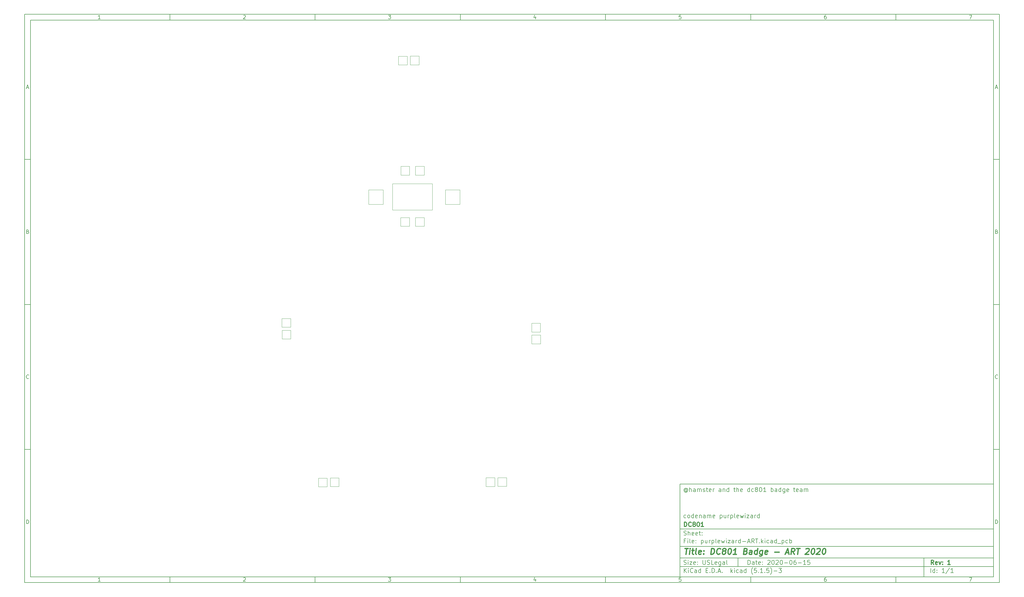
<source format=gbr>
G04 #@! TF.GenerationSoftware,KiCad,Pcbnew,(5.1.5)-3*
G04 #@! TF.CreationDate,2020-08-11T10:58:05-06:00*
G04 #@! TF.ProjectId,purplewizard-ART,70757270-6c65-4776-997a-6172642d4152,1*
G04 #@! TF.SameCoordinates,Original*
G04 #@! TF.FileFunction,Other,User*
%FSLAX46Y46*%
G04 Gerber Fmt 4.6, Leading zero omitted, Abs format (unit mm)*
G04 Created by KiCad (PCBNEW (5.1.5)-3) date 2020-08-11 10:58:05*
%MOMM*%
%LPD*%
G04 APERTURE LIST*
%ADD10C,0.100000*%
%ADD11C,0.150000*%
%ADD12C,0.300000*%
%ADD13C,0.400000*%
%ADD14C,0.050000*%
G04 APERTURE END LIST*
D10*
D11*
X235600000Y-171900000D02*
X235600000Y-203900000D01*
X343600000Y-203900000D01*
X343600000Y-171900000D01*
X235600000Y-171900000D01*
D10*
D11*
X10000000Y-10000000D02*
X10000000Y-205900000D01*
X345600000Y-205900000D01*
X345600000Y-10000000D01*
X10000000Y-10000000D01*
D10*
D11*
X12000000Y-12000000D02*
X12000000Y-203900000D01*
X343600000Y-203900000D01*
X343600000Y-12000000D01*
X12000000Y-12000000D01*
D10*
D11*
X60000000Y-12000000D02*
X60000000Y-10000000D01*
D10*
D11*
X110000000Y-12000000D02*
X110000000Y-10000000D01*
D10*
D11*
X160000000Y-12000000D02*
X160000000Y-10000000D01*
D10*
D11*
X210000000Y-12000000D02*
X210000000Y-10000000D01*
D10*
D11*
X260000000Y-12000000D02*
X260000000Y-10000000D01*
D10*
D11*
X310000000Y-12000000D02*
X310000000Y-10000000D01*
D10*
D11*
X36065476Y-11588095D02*
X35322619Y-11588095D01*
X35694047Y-11588095D02*
X35694047Y-10288095D01*
X35570238Y-10473809D01*
X35446428Y-10597619D01*
X35322619Y-10659523D01*
D10*
D11*
X85322619Y-10411904D02*
X85384523Y-10350000D01*
X85508333Y-10288095D01*
X85817857Y-10288095D01*
X85941666Y-10350000D01*
X86003571Y-10411904D01*
X86065476Y-10535714D01*
X86065476Y-10659523D01*
X86003571Y-10845238D01*
X85260714Y-11588095D01*
X86065476Y-11588095D01*
D10*
D11*
X135260714Y-10288095D02*
X136065476Y-10288095D01*
X135632142Y-10783333D01*
X135817857Y-10783333D01*
X135941666Y-10845238D01*
X136003571Y-10907142D01*
X136065476Y-11030952D01*
X136065476Y-11340476D01*
X136003571Y-11464285D01*
X135941666Y-11526190D01*
X135817857Y-11588095D01*
X135446428Y-11588095D01*
X135322619Y-11526190D01*
X135260714Y-11464285D01*
D10*
D11*
X185941666Y-10721428D02*
X185941666Y-11588095D01*
X185632142Y-10226190D02*
X185322619Y-11154761D01*
X186127380Y-11154761D01*
D10*
D11*
X236003571Y-10288095D02*
X235384523Y-10288095D01*
X235322619Y-10907142D01*
X235384523Y-10845238D01*
X235508333Y-10783333D01*
X235817857Y-10783333D01*
X235941666Y-10845238D01*
X236003571Y-10907142D01*
X236065476Y-11030952D01*
X236065476Y-11340476D01*
X236003571Y-11464285D01*
X235941666Y-11526190D01*
X235817857Y-11588095D01*
X235508333Y-11588095D01*
X235384523Y-11526190D01*
X235322619Y-11464285D01*
D10*
D11*
X285941666Y-10288095D02*
X285694047Y-10288095D01*
X285570238Y-10350000D01*
X285508333Y-10411904D01*
X285384523Y-10597619D01*
X285322619Y-10845238D01*
X285322619Y-11340476D01*
X285384523Y-11464285D01*
X285446428Y-11526190D01*
X285570238Y-11588095D01*
X285817857Y-11588095D01*
X285941666Y-11526190D01*
X286003571Y-11464285D01*
X286065476Y-11340476D01*
X286065476Y-11030952D01*
X286003571Y-10907142D01*
X285941666Y-10845238D01*
X285817857Y-10783333D01*
X285570238Y-10783333D01*
X285446428Y-10845238D01*
X285384523Y-10907142D01*
X285322619Y-11030952D01*
D10*
D11*
X335260714Y-10288095D02*
X336127380Y-10288095D01*
X335570238Y-11588095D01*
D10*
D11*
X60000000Y-203900000D02*
X60000000Y-205900000D01*
D10*
D11*
X110000000Y-203900000D02*
X110000000Y-205900000D01*
D10*
D11*
X160000000Y-203900000D02*
X160000000Y-205900000D01*
D10*
D11*
X210000000Y-203900000D02*
X210000000Y-205900000D01*
D10*
D11*
X260000000Y-203900000D02*
X260000000Y-205900000D01*
D10*
D11*
X310000000Y-203900000D02*
X310000000Y-205900000D01*
D10*
D11*
X36065476Y-205488095D02*
X35322619Y-205488095D01*
X35694047Y-205488095D02*
X35694047Y-204188095D01*
X35570238Y-204373809D01*
X35446428Y-204497619D01*
X35322619Y-204559523D01*
D10*
D11*
X85322619Y-204311904D02*
X85384523Y-204250000D01*
X85508333Y-204188095D01*
X85817857Y-204188095D01*
X85941666Y-204250000D01*
X86003571Y-204311904D01*
X86065476Y-204435714D01*
X86065476Y-204559523D01*
X86003571Y-204745238D01*
X85260714Y-205488095D01*
X86065476Y-205488095D01*
D10*
D11*
X135260714Y-204188095D02*
X136065476Y-204188095D01*
X135632142Y-204683333D01*
X135817857Y-204683333D01*
X135941666Y-204745238D01*
X136003571Y-204807142D01*
X136065476Y-204930952D01*
X136065476Y-205240476D01*
X136003571Y-205364285D01*
X135941666Y-205426190D01*
X135817857Y-205488095D01*
X135446428Y-205488095D01*
X135322619Y-205426190D01*
X135260714Y-205364285D01*
D10*
D11*
X185941666Y-204621428D02*
X185941666Y-205488095D01*
X185632142Y-204126190D02*
X185322619Y-205054761D01*
X186127380Y-205054761D01*
D10*
D11*
X236003571Y-204188095D02*
X235384523Y-204188095D01*
X235322619Y-204807142D01*
X235384523Y-204745238D01*
X235508333Y-204683333D01*
X235817857Y-204683333D01*
X235941666Y-204745238D01*
X236003571Y-204807142D01*
X236065476Y-204930952D01*
X236065476Y-205240476D01*
X236003571Y-205364285D01*
X235941666Y-205426190D01*
X235817857Y-205488095D01*
X235508333Y-205488095D01*
X235384523Y-205426190D01*
X235322619Y-205364285D01*
D10*
D11*
X285941666Y-204188095D02*
X285694047Y-204188095D01*
X285570238Y-204250000D01*
X285508333Y-204311904D01*
X285384523Y-204497619D01*
X285322619Y-204745238D01*
X285322619Y-205240476D01*
X285384523Y-205364285D01*
X285446428Y-205426190D01*
X285570238Y-205488095D01*
X285817857Y-205488095D01*
X285941666Y-205426190D01*
X286003571Y-205364285D01*
X286065476Y-205240476D01*
X286065476Y-204930952D01*
X286003571Y-204807142D01*
X285941666Y-204745238D01*
X285817857Y-204683333D01*
X285570238Y-204683333D01*
X285446428Y-204745238D01*
X285384523Y-204807142D01*
X285322619Y-204930952D01*
D10*
D11*
X335260714Y-204188095D02*
X336127380Y-204188095D01*
X335570238Y-205488095D01*
D10*
D11*
X10000000Y-60000000D02*
X12000000Y-60000000D01*
D10*
D11*
X10000000Y-110000000D02*
X12000000Y-110000000D01*
D10*
D11*
X10000000Y-160000000D02*
X12000000Y-160000000D01*
D10*
D11*
X10690476Y-35216666D02*
X11309523Y-35216666D01*
X10566666Y-35588095D02*
X11000000Y-34288095D01*
X11433333Y-35588095D01*
D10*
D11*
X11092857Y-84907142D02*
X11278571Y-84969047D01*
X11340476Y-85030952D01*
X11402380Y-85154761D01*
X11402380Y-85340476D01*
X11340476Y-85464285D01*
X11278571Y-85526190D01*
X11154761Y-85588095D01*
X10659523Y-85588095D01*
X10659523Y-84288095D01*
X11092857Y-84288095D01*
X11216666Y-84350000D01*
X11278571Y-84411904D01*
X11340476Y-84535714D01*
X11340476Y-84659523D01*
X11278571Y-84783333D01*
X11216666Y-84845238D01*
X11092857Y-84907142D01*
X10659523Y-84907142D01*
D10*
D11*
X11402380Y-135464285D02*
X11340476Y-135526190D01*
X11154761Y-135588095D01*
X11030952Y-135588095D01*
X10845238Y-135526190D01*
X10721428Y-135402380D01*
X10659523Y-135278571D01*
X10597619Y-135030952D01*
X10597619Y-134845238D01*
X10659523Y-134597619D01*
X10721428Y-134473809D01*
X10845238Y-134350000D01*
X11030952Y-134288095D01*
X11154761Y-134288095D01*
X11340476Y-134350000D01*
X11402380Y-134411904D01*
D10*
D11*
X10659523Y-185588095D02*
X10659523Y-184288095D01*
X10969047Y-184288095D01*
X11154761Y-184350000D01*
X11278571Y-184473809D01*
X11340476Y-184597619D01*
X11402380Y-184845238D01*
X11402380Y-185030952D01*
X11340476Y-185278571D01*
X11278571Y-185402380D01*
X11154761Y-185526190D01*
X10969047Y-185588095D01*
X10659523Y-185588095D01*
D10*
D11*
X345600000Y-60000000D02*
X343600000Y-60000000D01*
D10*
D11*
X345600000Y-110000000D02*
X343600000Y-110000000D01*
D10*
D11*
X345600000Y-160000000D02*
X343600000Y-160000000D01*
D10*
D11*
X344290476Y-35216666D02*
X344909523Y-35216666D01*
X344166666Y-35588095D02*
X344600000Y-34288095D01*
X345033333Y-35588095D01*
D10*
D11*
X344692857Y-84907142D02*
X344878571Y-84969047D01*
X344940476Y-85030952D01*
X345002380Y-85154761D01*
X345002380Y-85340476D01*
X344940476Y-85464285D01*
X344878571Y-85526190D01*
X344754761Y-85588095D01*
X344259523Y-85588095D01*
X344259523Y-84288095D01*
X344692857Y-84288095D01*
X344816666Y-84350000D01*
X344878571Y-84411904D01*
X344940476Y-84535714D01*
X344940476Y-84659523D01*
X344878571Y-84783333D01*
X344816666Y-84845238D01*
X344692857Y-84907142D01*
X344259523Y-84907142D01*
D10*
D11*
X345002380Y-135464285D02*
X344940476Y-135526190D01*
X344754761Y-135588095D01*
X344630952Y-135588095D01*
X344445238Y-135526190D01*
X344321428Y-135402380D01*
X344259523Y-135278571D01*
X344197619Y-135030952D01*
X344197619Y-134845238D01*
X344259523Y-134597619D01*
X344321428Y-134473809D01*
X344445238Y-134350000D01*
X344630952Y-134288095D01*
X344754761Y-134288095D01*
X344940476Y-134350000D01*
X345002380Y-134411904D01*
D10*
D11*
X344259523Y-185588095D02*
X344259523Y-184288095D01*
X344569047Y-184288095D01*
X344754761Y-184350000D01*
X344878571Y-184473809D01*
X344940476Y-184597619D01*
X345002380Y-184845238D01*
X345002380Y-185030952D01*
X344940476Y-185278571D01*
X344878571Y-185402380D01*
X344754761Y-185526190D01*
X344569047Y-185588095D01*
X344259523Y-185588095D01*
D10*
D11*
X259032142Y-199678571D02*
X259032142Y-198178571D01*
X259389285Y-198178571D01*
X259603571Y-198250000D01*
X259746428Y-198392857D01*
X259817857Y-198535714D01*
X259889285Y-198821428D01*
X259889285Y-199035714D01*
X259817857Y-199321428D01*
X259746428Y-199464285D01*
X259603571Y-199607142D01*
X259389285Y-199678571D01*
X259032142Y-199678571D01*
X261175000Y-199678571D02*
X261175000Y-198892857D01*
X261103571Y-198750000D01*
X260960714Y-198678571D01*
X260675000Y-198678571D01*
X260532142Y-198750000D01*
X261175000Y-199607142D02*
X261032142Y-199678571D01*
X260675000Y-199678571D01*
X260532142Y-199607142D01*
X260460714Y-199464285D01*
X260460714Y-199321428D01*
X260532142Y-199178571D01*
X260675000Y-199107142D01*
X261032142Y-199107142D01*
X261175000Y-199035714D01*
X261675000Y-198678571D02*
X262246428Y-198678571D01*
X261889285Y-198178571D02*
X261889285Y-199464285D01*
X261960714Y-199607142D01*
X262103571Y-199678571D01*
X262246428Y-199678571D01*
X263317857Y-199607142D02*
X263175000Y-199678571D01*
X262889285Y-199678571D01*
X262746428Y-199607142D01*
X262675000Y-199464285D01*
X262675000Y-198892857D01*
X262746428Y-198750000D01*
X262889285Y-198678571D01*
X263175000Y-198678571D01*
X263317857Y-198750000D01*
X263389285Y-198892857D01*
X263389285Y-199035714D01*
X262675000Y-199178571D01*
X264032142Y-199535714D02*
X264103571Y-199607142D01*
X264032142Y-199678571D01*
X263960714Y-199607142D01*
X264032142Y-199535714D01*
X264032142Y-199678571D01*
X264032142Y-198750000D02*
X264103571Y-198821428D01*
X264032142Y-198892857D01*
X263960714Y-198821428D01*
X264032142Y-198750000D01*
X264032142Y-198892857D01*
X265817857Y-198321428D02*
X265889285Y-198250000D01*
X266032142Y-198178571D01*
X266389285Y-198178571D01*
X266532142Y-198250000D01*
X266603571Y-198321428D01*
X266675000Y-198464285D01*
X266675000Y-198607142D01*
X266603571Y-198821428D01*
X265746428Y-199678571D01*
X266675000Y-199678571D01*
X267603571Y-198178571D02*
X267746428Y-198178571D01*
X267889285Y-198250000D01*
X267960714Y-198321428D01*
X268032142Y-198464285D01*
X268103571Y-198750000D01*
X268103571Y-199107142D01*
X268032142Y-199392857D01*
X267960714Y-199535714D01*
X267889285Y-199607142D01*
X267746428Y-199678571D01*
X267603571Y-199678571D01*
X267460714Y-199607142D01*
X267389285Y-199535714D01*
X267317857Y-199392857D01*
X267246428Y-199107142D01*
X267246428Y-198750000D01*
X267317857Y-198464285D01*
X267389285Y-198321428D01*
X267460714Y-198250000D01*
X267603571Y-198178571D01*
X268675000Y-198321428D02*
X268746428Y-198250000D01*
X268889285Y-198178571D01*
X269246428Y-198178571D01*
X269389285Y-198250000D01*
X269460714Y-198321428D01*
X269532142Y-198464285D01*
X269532142Y-198607142D01*
X269460714Y-198821428D01*
X268603571Y-199678571D01*
X269532142Y-199678571D01*
X270460714Y-198178571D02*
X270603571Y-198178571D01*
X270746428Y-198250000D01*
X270817857Y-198321428D01*
X270889285Y-198464285D01*
X270960714Y-198750000D01*
X270960714Y-199107142D01*
X270889285Y-199392857D01*
X270817857Y-199535714D01*
X270746428Y-199607142D01*
X270603571Y-199678571D01*
X270460714Y-199678571D01*
X270317857Y-199607142D01*
X270246428Y-199535714D01*
X270175000Y-199392857D01*
X270103571Y-199107142D01*
X270103571Y-198750000D01*
X270175000Y-198464285D01*
X270246428Y-198321428D01*
X270317857Y-198250000D01*
X270460714Y-198178571D01*
X271603571Y-199107142D02*
X272746428Y-199107142D01*
X273746428Y-198178571D02*
X273889285Y-198178571D01*
X274032142Y-198250000D01*
X274103571Y-198321428D01*
X274175000Y-198464285D01*
X274246428Y-198750000D01*
X274246428Y-199107142D01*
X274175000Y-199392857D01*
X274103571Y-199535714D01*
X274032142Y-199607142D01*
X273889285Y-199678571D01*
X273746428Y-199678571D01*
X273603571Y-199607142D01*
X273532142Y-199535714D01*
X273460714Y-199392857D01*
X273389285Y-199107142D01*
X273389285Y-198750000D01*
X273460714Y-198464285D01*
X273532142Y-198321428D01*
X273603571Y-198250000D01*
X273746428Y-198178571D01*
X275532142Y-198178571D02*
X275246428Y-198178571D01*
X275103571Y-198250000D01*
X275032142Y-198321428D01*
X274889285Y-198535714D01*
X274817857Y-198821428D01*
X274817857Y-199392857D01*
X274889285Y-199535714D01*
X274960714Y-199607142D01*
X275103571Y-199678571D01*
X275389285Y-199678571D01*
X275532142Y-199607142D01*
X275603571Y-199535714D01*
X275675000Y-199392857D01*
X275675000Y-199035714D01*
X275603571Y-198892857D01*
X275532142Y-198821428D01*
X275389285Y-198750000D01*
X275103571Y-198750000D01*
X274960714Y-198821428D01*
X274889285Y-198892857D01*
X274817857Y-199035714D01*
X276317857Y-199107142D02*
X277460714Y-199107142D01*
X278960714Y-199678571D02*
X278103571Y-199678571D01*
X278532142Y-199678571D02*
X278532142Y-198178571D01*
X278389285Y-198392857D01*
X278246428Y-198535714D01*
X278103571Y-198607142D01*
X280317857Y-198178571D02*
X279603571Y-198178571D01*
X279532142Y-198892857D01*
X279603571Y-198821428D01*
X279746428Y-198750000D01*
X280103571Y-198750000D01*
X280246428Y-198821428D01*
X280317857Y-198892857D01*
X280389285Y-199035714D01*
X280389285Y-199392857D01*
X280317857Y-199535714D01*
X280246428Y-199607142D01*
X280103571Y-199678571D01*
X279746428Y-199678571D01*
X279603571Y-199607142D01*
X279532142Y-199535714D01*
D10*
D11*
X235600000Y-200400000D02*
X343600000Y-200400000D01*
D10*
D11*
X237032142Y-202478571D02*
X237032142Y-200978571D01*
X237889285Y-202478571D02*
X237246428Y-201621428D01*
X237889285Y-200978571D02*
X237032142Y-201835714D01*
X238532142Y-202478571D02*
X238532142Y-201478571D01*
X238532142Y-200978571D02*
X238460714Y-201050000D01*
X238532142Y-201121428D01*
X238603571Y-201050000D01*
X238532142Y-200978571D01*
X238532142Y-201121428D01*
X240103571Y-202335714D02*
X240032142Y-202407142D01*
X239817857Y-202478571D01*
X239675000Y-202478571D01*
X239460714Y-202407142D01*
X239317857Y-202264285D01*
X239246428Y-202121428D01*
X239175000Y-201835714D01*
X239175000Y-201621428D01*
X239246428Y-201335714D01*
X239317857Y-201192857D01*
X239460714Y-201050000D01*
X239675000Y-200978571D01*
X239817857Y-200978571D01*
X240032142Y-201050000D01*
X240103571Y-201121428D01*
X241389285Y-202478571D02*
X241389285Y-201692857D01*
X241317857Y-201550000D01*
X241175000Y-201478571D01*
X240889285Y-201478571D01*
X240746428Y-201550000D01*
X241389285Y-202407142D02*
X241246428Y-202478571D01*
X240889285Y-202478571D01*
X240746428Y-202407142D01*
X240675000Y-202264285D01*
X240675000Y-202121428D01*
X240746428Y-201978571D01*
X240889285Y-201907142D01*
X241246428Y-201907142D01*
X241389285Y-201835714D01*
X242746428Y-202478571D02*
X242746428Y-200978571D01*
X242746428Y-202407142D02*
X242603571Y-202478571D01*
X242317857Y-202478571D01*
X242175000Y-202407142D01*
X242103571Y-202335714D01*
X242032142Y-202192857D01*
X242032142Y-201764285D01*
X242103571Y-201621428D01*
X242175000Y-201550000D01*
X242317857Y-201478571D01*
X242603571Y-201478571D01*
X242746428Y-201550000D01*
X244603571Y-201692857D02*
X245103571Y-201692857D01*
X245317857Y-202478571D02*
X244603571Y-202478571D01*
X244603571Y-200978571D01*
X245317857Y-200978571D01*
X245960714Y-202335714D02*
X246032142Y-202407142D01*
X245960714Y-202478571D01*
X245889285Y-202407142D01*
X245960714Y-202335714D01*
X245960714Y-202478571D01*
X246675000Y-202478571D02*
X246675000Y-200978571D01*
X247032142Y-200978571D01*
X247246428Y-201050000D01*
X247389285Y-201192857D01*
X247460714Y-201335714D01*
X247532142Y-201621428D01*
X247532142Y-201835714D01*
X247460714Y-202121428D01*
X247389285Y-202264285D01*
X247246428Y-202407142D01*
X247032142Y-202478571D01*
X246675000Y-202478571D01*
X248175000Y-202335714D02*
X248246428Y-202407142D01*
X248175000Y-202478571D01*
X248103571Y-202407142D01*
X248175000Y-202335714D01*
X248175000Y-202478571D01*
X248817857Y-202050000D02*
X249532142Y-202050000D01*
X248675000Y-202478571D02*
X249175000Y-200978571D01*
X249675000Y-202478571D01*
X250175000Y-202335714D02*
X250246428Y-202407142D01*
X250175000Y-202478571D01*
X250103571Y-202407142D01*
X250175000Y-202335714D01*
X250175000Y-202478571D01*
X253175000Y-202478571D02*
X253175000Y-200978571D01*
X253317857Y-201907142D02*
X253746428Y-202478571D01*
X253746428Y-201478571D02*
X253175000Y-202050000D01*
X254389285Y-202478571D02*
X254389285Y-201478571D01*
X254389285Y-200978571D02*
X254317857Y-201050000D01*
X254389285Y-201121428D01*
X254460714Y-201050000D01*
X254389285Y-200978571D01*
X254389285Y-201121428D01*
X255746428Y-202407142D02*
X255603571Y-202478571D01*
X255317857Y-202478571D01*
X255175000Y-202407142D01*
X255103571Y-202335714D01*
X255032142Y-202192857D01*
X255032142Y-201764285D01*
X255103571Y-201621428D01*
X255175000Y-201550000D01*
X255317857Y-201478571D01*
X255603571Y-201478571D01*
X255746428Y-201550000D01*
X257032142Y-202478571D02*
X257032142Y-201692857D01*
X256960714Y-201550000D01*
X256817857Y-201478571D01*
X256532142Y-201478571D01*
X256389285Y-201550000D01*
X257032142Y-202407142D02*
X256889285Y-202478571D01*
X256532142Y-202478571D01*
X256389285Y-202407142D01*
X256317857Y-202264285D01*
X256317857Y-202121428D01*
X256389285Y-201978571D01*
X256532142Y-201907142D01*
X256889285Y-201907142D01*
X257032142Y-201835714D01*
X258389285Y-202478571D02*
X258389285Y-200978571D01*
X258389285Y-202407142D02*
X258246428Y-202478571D01*
X257960714Y-202478571D01*
X257817857Y-202407142D01*
X257746428Y-202335714D01*
X257675000Y-202192857D01*
X257675000Y-201764285D01*
X257746428Y-201621428D01*
X257817857Y-201550000D01*
X257960714Y-201478571D01*
X258246428Y-201478571D01*
X258389285Y-201550000D01*
X260675000Y-203050000D02*
X260603571Y-202978571D01*
X260460714Y-202764285D01*
X260389285Y-202621428D01*
X260317857Y-202407142D01*
X260246428Y-202050000D01*
X260246428Y-201764285D01*
X260317857Y-201407142D01*
X260389285Y-201192857D01*
X260460714Y-201050000D01*
X260603571Y-200835714D01*
X260675000Y-200764285D01*
X261960714Y-200978571D02*
X261246428Y-200978571D01*
X261175000Y-201692857D01*
X261246428Y-201621428D01*
X261389285Y-201550000D01*
X261746428Y-201550000D01*
X261889285Y-201621428D01*
X261960714Y-201692857D01*
X262032142Y-201835714D01*
X262032142Y-202192857D01*
X261960714Y-202335714D01*
X261889285Y-202407142D01*
X261746428Y-202478571D01*
X261389285Y-202478571D01*
X261246428Y-202407142D01*
X261175000Y-202335714D01*
X262675000Y-202335714D02*
X262746428Y-202407142D01*
X262675000Y-202478571D01*
X262603571Y-202407142D01*
X262675000Y-202335714D01*
X262675000Y-202478571D01*
X264175000Y-202478571D02*
X263317857Y-202478571D01*
X263746428Y-202478571D02*
X263746428Y-200978571D01*
X263603571Y-201192857D01*
X263460714Y-201335714D01*
X263317857Y-201407142D01*
X264817857Y-202335714D02*
X264889285Y-202407142D01*
X264817857Y-202478571D01*
X264746428Y-202407142D01*
X264817857Y-202335714D01*
X264817857Y-202478571D01*
X266246428Y-200978571D02*
X265532142Y-200978571D01*
X265460714Y-201692857D01*
X265532142Y-201621428D01*
X265675000Y-201550000D01*
X266032142Y-201550000D01*
X266175000Y-201621428D01*
X266246428Y-201692857D01*
X266317857Y-201835714D01*
X266317857Y-202192857D01*
X266246428Y-202335714D01*
X266175000Y-202407142D01*
X266032142Y-202478571D01*
X265675000Y-202478571D01*
X265532142Y-202407142D01*
X265460714Y-202335714D01*
X266817857Y-203050000D02*
X266889285Y-202978571D01*
X267032142Y-202764285D01*
X267103571Y-202621428D01*
X267175000Y-202407142D01*
X267246428Y-202050000D01*
X267246428Y-201764285D01*
X267175000Y-201407142D01*
X267103571Y-201192857D01*
X267032142Y-201050000D01*
X266889285Y-200835714D01*
X266817857Y-200764285D01*
X267960714Y-201907142D02*
X269103571Y-201907142D01*
X269675000Y-200978571D02*
X270603571Y-200978571D01*
X270103571Y-201550000D01*
X270317857Y-201550000D01*
X270460714Y-201621428D01*
X270532142Y-201692857D01*
X270603571Y-201835714D01*
X270603571Y-202192857D01*
X270532142Y-202335714D01*
X270460714Y-202407142D01*
X270317857Y-202478571D01*
X269889285Y-202478571D01*
X269746428Y-202407142D01*
X269675000Y-202335714D01*
D10*
D11*
X235600000Y-197400000D02*
X343600000Y-197400000D01*
D10*
D12*
X323009285Y-199678571D02*
X322509285Y-198964285D01*
X322152142Y-199678571D02*
X322152142Y-198178571D01*
X322723571Y-198178571D01*
X322866428Y-198250000D01*
X322937857Y-198321428D01*
X323009285Y-198464285D01*
X323009285Y-198678571D01*
X322937857Y-198821428D01*
X322866428Y-198892857D01*
X322723571Y-198964285D01*
X322152142Y-198964285D01*
X324223571Y-199607142D02*
X324080714Y-199678571D01*
X323795000Y-199678571D01*
X323652142Y-199607142D01*
X323580714Y-199464285D01*
X323580714Y-198892857D01*
X323652142Y-198750000D01*
X323795000Y-198678571D01*
X324080714Y-198678571D01*
X324223571Y-198750000D01*
X324295000Y-198892857D01*
X324295000Y-199035714D01*
X323580714Y-199178571D01*
X324795000Y-198678571D02*
X325152142Y-199678571D01*
X325509285Y-198678571D01*
X326080714Y-199535714D02*
X326152142Y-199607142D01*
X326080714Y-199678571D01*
X326009285Y-199607142D01*
X326080714Y-199535714D01*
X326080714Y-199678571D01*
X326080714Y-198750000D02*
X326152142Y-198821428D01*
X326080714Y-198892857D01*
X326009285Y-198821428D01*
X326080714Y-198750000D01*
X326080714Y-198892857D01*
X328723571Y-199678571D02*
X327866428Y-199678571D01*
X328295000Y-199678571D02*
X328295000Y-198178571D01*
X328152142Y-198392857D01*
X328009285Y-198535714D01*
X327866428Y-198607142D01*
D10*
D11*
X236960714Y-199607142D02*
X237175000Y-199678571D01*
X237532142Y-199678571D01*
X237675000Y-199607142D01*
X237746428Y-199535714D01*
X237817857Y-199392857D01*
X237817857Y-199250000D01*
X237746428Y-199107142D01*
X237675000Y-199035714D01*
X237532142Y-198964285D01*
X237246428Y-198892857D01*
X237103571Y-198821428D01*
X237032142Y-198750000D01*
X236960714Y-198607142D01*
X236960714Y-198464285D01*
X237032142Y-198321428D01*
X237103571Y-198250000D01*
X237246428Y-198178571D01*
X237603571Y-198178571D01*
X237817857Y-198250000D01*
X238460714Y-199678571D02*
X238460714Y-198678571D01*
X238460714Y-198178571D02*
X238389285Y-198250000D01*
X238460714Y-198321428D01*
X238532142Y-198250000D01*
X238460714Y-198178571D01*
X238460714Y-198321428D01*
X239032142Y-198678571D02*
X239817857Y-198678571D01*
X239032142Y-199678571D01*
X239817857Y-199678571D01*
X240960714Y-199607142D02*
X240817857Y-199678571D01*
X240532142Y-199678571D01*
X240389285Y-199607142D01*
X240317857Y-199464285D01*
X240317857Y-198892857D01*
X240389285Y-198750000D01*
X240532142Y-198678571D01*
X240817857Y-198678571D01*
X240960714Y-198750000D01*
X241032142Y-198892857D01*
X241032142Y-199035714D01*
X240317857Y-199178571D01*
X241675000Y-199535714D02*
X241746428Y-199607142D01*
X241675000Y-199678571D01*
X241603571Y-199607142D01*
X241675000Y-199535714D01*
X241675000Y-199678571D01*
X241675000Y-198750000D02*
X241746428Y-198821428D01*
X241675000Y-198892857D01*
X241603571Y-198821428D01*
X241675000Y-198750000D01*
X241675000Y-198892857D01*
X243532142Y-198178571D02*
X243532142Y-199392857D01*
X243603571Y-199535714D01*
X243675000Y-199607142D01*
X243817857Y-199678571D01*
X244103571Y-199678571D01*
X244246428Y-199607142D01*
X244317857Y-199535714D01*
X244389285Y-199392857D01*
X244389285Y-198178571D01*
X245032142Y-199607142D02*
X245246428Y-199678571D01*
X245603571Y-199678571D01*
X245746428Y-199607142D01*
X245817857Y-199535714D01*
X245889285Y-199392857D01*
X245889285Y-199250000D01*
X245817857Y-199107142D01*
X245746428Y-199035714D01*
X245603571Y-198964285D01*
X245317857Y-198892857D01*
X245175000Y-198821428D01*
X245103571Y-198750000D01*
X245032142Y-198607142D01*
X245032142Y-198464285D01*
X245103571Y-198321428D01*
X245175000Y-198250000D01*
X245317857Y-198178571D01*
X245675000Y-198178571D01*
X245889285Y-198250000D01*
X247246428Y-199678571D02*
X246532142Y-199678571D01*
X246532142Y-198178571D01*
X248317857Y-199607142D02*
X248175000Y-199678571D01*
X247889285Y-199678571D01*
X247746428Y-199607142D01*
X247675000Y-199464285D01*
X247675000Y-198892857D01*
X247746428Y-198750000D01*
X247889285Y-198678571D01*
X248175000Y-198678571D01*
X248317857Y-198750000D01*
X248389285Y-198892857D01*
X248389285Y-199035714D01*
X247675000Y-199178571D01*
X249675000Y-198678571D02*
X249675000Y-199892857D01*
X249603571Y-200035714D01*
X249532142Y-200107142D01*
X249389285Y-200178571D01*
X249175000Y-200178571D01*
X249032142Y-200107142D01*
X249675000Y-199607142D02*
X249532142Y-199678571D01*
X249246428Y-199678571D01*
X249103571Y-199607142D01*
X249032142Y-199535714D01*
X248960714Y-199392857D01*
X248960714Y-198964285D01*
X249032142Y-198821428D01*
X249103571Y-198750000D01*
X249246428Y-198678571D01*
X249532142Y-198678571D01*
X249675000Y-198750000D01*
X251032142Y-199678571D02*
X251032142Y-198892857D01*
X250960714Y-198750000D01*
X250817857Y-198678571D01*
X250532142Y-198678571D01*
X250389285Y-198750000D01*
X251032142Y-199607142D02*
X250889285Y-199678571D01*
X250532142Y-199678571D01*
X250389285Y-199607142D01*
X250317857Y-199464285D01*
X250317857Y-199321428D01*
X250389285Y-199178571D01*
X250532142Y-199107142D01*
X250889285Y-199107142D01*
X251032142Y-199035714D01*
X251960714Y-199678571D02*
X251817857Y-199607142D01*
X251746428Y-199464285D01*
X251746428Y-198178571D01*
D10*
D11*
X322032142Y-202478571D02*
X322032142Y-200978571D01*
X323389285Y-202478571D02*
X323389285Y-200978571D01*
X323389285Y-202407142D02*
X323246428Y-202478571D01*
X322960714Y-202478571D01*
X322817857Y-202407142D01*
X322746428Y-202335714D01*
X322675000Y-202192857D01*
X322675000Y-201764285D01*
X322746428Y-201621428D01*
X322817857Y-201550000D01*
X322960714Y-201478571D01*
X323246428Y-201478571D01*
X323389285Y-201550000D01*
X324103571Y-202335714D02*
X324175000Y-202407142D01*
X324103571Y-202478571D01*
X324032142Y-202407142D01*
X324103571Y-202335714D01*
X324103571Y-202478571D01*
X324103571Y-201550000D02*
X324175000Y-201621428D01*
X324103571Y-201692857D01*
X324032142Y-201621428D01*
X324103571Y-201550000D01*
X324103571Y-201692857D01*
X326746428Y-202478571D02*
X325889285Y-202478571D01*
X326317857Y-202478571D02*
X326317857Y-200978571D01*
X326175000Y-201192857D01*
X326032142Y-201335714D01*
X325889285Y-201407142D01*
X328460714Y-200907142D02*
X327175000Y-202835714D01*
X329746428Y-202478571D02*
X328889285Y-202478571D01*
X329317857Y-202478571D02*
X329317857Y-200978571D01*
X329175000Y-201192857D01*
X329032142Y-201335714D01*
X328889285Y-201407142D01*
D10*
D11*
X235600000Y-193400000D02*
X343600000Y-193400000D01*
D10*
D13*
X237312380Y-194104761D02*
X238455238Y-194104761D01*
X237633809Y-196104761D02*
X237883809Y-194104761D01*
X238871904Y-196104761D02*
X239038571Y-194771428D01*
X239121904Y-194104761D02*
X239014761Y-194200000D01*
X239098095Y-194295238D01*
X239205238Y-194200000D01*
X239121904Y-194104761D01*
X239098095Y-194295238D01*
X239705238Y-194771428D02*
X240467142Y-194771428D01*
X240074285Y-194104761D02*
X239860000Y-195819047D01*
X239931428Y-196009523D01*
X240110000Y-196104761D01*
X240300476Y-196104761D01*
X241252857Y-196104761D02*
X241074285Y-196009523D01*
X241002857Y-195819047D01*
X241217142Y-194104761D01*
X242788571Y-196009523D02*
X242586190Y-196104761D01*
X242205238Y-196104761D01*
X242026666Y-196009523D01*
X241955238Y-195819047D01*
X242050476Y-195057142D01*
X242169523Y-194866666D01*
X242371904Y-194771428D01*
X242752857Y-194771428D01*
X242931428Y-194866666D01*
X243002857Y-195057142D01*
X242979047Y-195247619D01*
X242002857Y-195438095D01*
X243752857Y-195914285D02*
X243836190Y-196009523D01*
X243729047Y-196104761D01*
X243645714Y-196009523D01*
X243752857Y-195914285D01*
X243729047Y-196104761D01*
X243883809Y-194866666D02*
X243967142Y-194961904D01*
X243860000Y-195057142D01*
X243776666Y-194961904D01*
X243883809Y-194866666D01*
X243860000Y-195057142D01*
X246205238Y-196104761D02*
X246455238Y-194104761D01*
X246931428Y-194104761D01*
X247205238Y-194200000D01*
X247371904Y-194390476D01*
X247443333Y-194580952D01*
X247490952Y-194961904D01*
X247455238Y-195247619D01*
X247312380Y-195628571D01*
X247193333Y-195819047D01*
X246979047Y-196009523D01*
X246681428Y-196104761D01*
X246205238Y-196104761D01*
X249371904Y-195914285D02*
X249264761Y-196009523D01*
X248967142Y-196104761D01*
X248776666Y-196104761D01*
X248502857Y-196009523D01*
X248336190Y-195819047D01*
X248264761Y-195628571D01*
X248217142Y-195247619D01*
X248252857Y-194961904D01*
X248395714Y-194580952D01*
X248514761Y-194390476D01*
X248729047Y-194200000D01*
X249026666Y-194104761D01*
X249217142Y-194104761D01*
X249490952Y-194200000D01*
X249574285Y-194295238D01*
X250633809Y-194961904D02*
X250455238Y-194866666D01*
X250371904Y-194771428D01*
X250300476Y-194580952D01*
X250312380Y-194485714D01*
X250431428Y-194295238D01*
X250538571Y-194200000D01*
X250740952Y-194104761D01*
X251121904Y-194104761D01*
X251300476Y-194200000D01*
X251383809Y-194295238D01*
X251455238Y-194485714D01*
X251443333Y-194580952D01*
X251324285Y-194771428D01*
X251217142Y-194866666D01*
X251014761Y-194961904D01*
X250633809Y-194961904D01*
X250431428Y-195057142D01*
X250324285Y-195152380D01*
X250205238Y-195342857D01*
X250157619Y-195723809D01*
X250229047Y-195914285D01*
X250312380Y-196009523D01*
X250490952Y-196104761D01*
X250871904Y-196104761D01*
X251074285Y-196009523D01*
X251181428Y-195914285D01*
X251300476Y-195723809D01*
X251348095Y-195342857D01*
X251276666Y-195152380D01*
X251193333Y-195057142D01*
X251014761Y-194961904D01*
X252740952Y-194104761D02*
X252931428Y-194104761D01*
X253110000Y-194200000D01*
X253193333Y-194295238D01*
X253264761Y-194485714D01*
X253312380Y-194866666D01*
X253252857Y-195342857D01*
X253110000Y-195723809D01*
X252990952Y-195914285D01*
X252883809Y-196009523D01*
X252681428Y-196104761D01*
X252490952Y-196104761D01*
X252312380Y-196009523D01*
X252229047Y-195914285D01*
X252157619Y-195723809D01*
X252110000Y-195342857D01*
X252169523Y-194866666D01*
X252312380Y-194485714D01*
X252431428Y-194295238D01*
X252538571Y-194200000D01*
X252740952Y-194104761D01*
X255062380Y-196104761D02*
X253919523Y-196104761D01*
X254490952Y-196104761D02*
X254740952Y-194104761D01*
X254514761Y-194390476D01*
X254300476Y-194580952D01*
X254098095Y-194676190D01*
X258240952Y-195057142D02*
X258514761Y-195152380D01*
X258598095Y-195247619D01*
X258669523Y-195438095D01*
X258633809Y-195723809D01*
X258514761Y-195914285D01*
X258407619Y-196009523D01*
X258205238Y-196104761D01*
X257443333Y-196104761D01*
X257693333Y-194104761D01*
X258360000Y-194104761D01*
X258538571Y-194200000D01*
X258621904Y-194295238D01*
X258693333Y-194485714D01*
X258669523Y-194676190D01*
X258550476Y-194866666D01*
X258443333Y-194961904D01*
X258240952Y-195057142D01*
X257574285Y-195057142D01*
X260300476Y-196104761D02*
X260431428Y-195057142D01*
X260360000Y-194866666D01*
X260181428Y-194771428D01*
X259800476Y-194771428D01*
X259598095Y-194866666D01*
X260312380Y-196009523D02*
X260110000Y-196104761D01*
X259633809Y-196104761D01*
X259455238Y-196009523D01*
X259383809Y-195819047D01*
X259407619Y-195628571D01*
X259526666Y-195438095D01*
X259729047Y-195342857D01*
X260205238Y-195342857D01*
X260407619Y-195247619D01*
X262110000Y-196104761D02*
X262360000Y-194104761D01*
X262121904Y-196009523D02*
X261919523Y-196104761D01*
X261538571Y-196104761D01*
X261360000Y-196009523D01*
X261276666Y-195914285D01*
X261205238Y-195723809D01*
X261276666Y-195152380D01*
X261395714Y-194961904D01*
X261502857Y-194866666D01*
X261705238Y-194771428D01*
X262086190Y-194771428D01*
X262264761Y-194866666D01*
X264086190Y-194771428D02*
X263883809Y-196390476D01*
X263764761Y-196580952D01*
X263657619Y-196676190D01*
X263455238Y-196771428D01*
X263169523Y-196771428D01*
X262990952Y-196676190D01*
X263931428Y-196009523D02*
X263729047Y-196104761D01*
X263348095Y-196104761D01*
X263169523Y-196009523D01*
X263086190Y-195914285D01*
X263014761Y-195723809D01*
X263086190Y-195152380D01*
X263205238Y-194961904D01*
X263312380Y-194866666D01*
X263514761Y-194771428D01*
X263895714Y-194771428D01*
X264074285Y-194866666D01*
X265645714Y-196009523D02*
X265443333Y-196104761D01*
X265062380Y-196104761D01*
X264883809Y-196009523D01*
X264812380Y-195819047D01*
X264907619Y-195057142D01*
X265026666Y-194866666D01*
X265229047Y-194771428D01*
X265610000Y-194771428D01*
X265788571Y-194866666D01*
X265860000Y-195057142D01*
X265836190Y-195247619D01*
X264860000Y-195438095D01*
X268205238Y-195342857D02*
X269729047Y-195342857D01*
X272086190Y-195533333D02*
X273038571Y-195533333D01*
X271824285Y-196104761D02*
X272740952Y-194104761D01*
X273157619Y-196104761D01*
X274967142Y-196104761D02*
X274419523Y-195152380D01*
X273824285Y-196104761D02*
X274074285Y-194104761D01*
X274836190Y-194104761D01*
X275014761Y-194200000D01*
X275098095Y-194295238D01*
X275169523Y-194485714D01*
X275133809Y-194771428D01*
X275014761Y-194961904D01*
X274907619Y-195057142D01*
X274705238Y-195152380D01*
X273943333Y-195152380D01*
X275788571Y-194104761D02*
X276931428Y-194104761D01*
X276110000Y-196104761D02*
X276360000Y-194104761D01*
X279002857Y-194295238D02*
X279110000Y-194200000D01*
X279312380Y-194104761D01*
X279788571Y-194104761D01*
X279967142Y-194200000D01*
X280050476Y-194295238D01*
X280121904Y-194485714D01*
X280098095Y-194676190D01*
X279967142Y-194961904D01*
X278681428Y-196104761D01*
X279919523Y-196104761D01*
X281407619Y-194104761D02*
X281598095Y-194104761D01*
X281776666Y-194200000D01*
X281860000Y-194295238D01*
X281931428Y-194485714D01*
X281979047Y-194866666D01*
X281919523Y-195342857D01*
X281776666Y-195723809D01*
X281657619Y-195914285D01*
X281550476Y-196009523D01*
X281348095Y-196104761D01*
X281157619Y-196104761D01*
X280979047Y-196009523D01*
X280895714Y-195914285D01*
X280824285Y-195723809D01*
X280776666Y-195342857D01*
X280836190Y-194866666D01*
X280979047Y-194485714D01*
X281098095Y-194295238D01*
X281205238Y-194200000D01*
X281407619Y-194104761D01*
X282812380Y-194295238D02*
X282919523Y-194200000D01*
X283121904Y-194104761D01*
X283598095Y-194104761D01*
X283776666Y-194200000D01*
X283860000Y-194295238D01*
X283931428Y-194485714D01*
X283907619Y-194676190D01*
X283776666Y-194961904D01*
X282490952Y-196104761D01*
X283729047Y-196104761D01*
X285217142Y-194104761D02*
X285407619Y-194104761D01*
X285586190Y-194200000D01*
X285669523Y-194295238D01*
X285740952Y-194485714D01*
X285788571Y-194866666D01*
X285729047Y-195342857D01*
X285586190Y-195723809D01*
X285467142Y-195914285D01*
X285360000Y-196009523D01*
X285157619Y-196104761D01*
X284967142Y-196104761D01*
X284788571Y-196009523D01*
X284705238Y-195914285D01*
X284633809Y-195723809D01*
X284586190Y-195342857D01*
X284645714Y-194866666D01*
X284788571Y-194485714D01*
X284907619Y-194295238D01*
X285014761Y-194200000D01*
X285217142Y-194104761D01*
D10*
D11*
X237532142Y-191492857D02*
X237032142Y-191492857D01*
X237032142Y-192278571D02*
X237032142Y-190778571D01*
X237746428Y-190778571D01*
X238317857Y-192278571D02*
X238317857Y-191278571D01*
X238317857Y-190778571D02*
X238246428Y-190850000D01*
X238317857Y-190921428D01*
X238389285Y-190850000D01*
X238317857Y-190778571D01*
X238317857Y-190921428D01*
X239246428Y-192278571D02*
X239103571Y-192207142D01*
X239032142Y-192064285D01*
X239032142Y-190778571D01*
X240389285Y-192207142D02*
X240246428Y-192278571D01*
X239960714Y-192278571D01*
X239817857Y-192207142D01*
X239746428Y-192064285D01*
X239746428Y-191492857D01*
X239817857Y-191350000D01*
X239960714Y-191278571D01*
X240246428Y-191278571D01*
X240389285Y-191350000D01*
X240460714Y-191492857D01*
X240460714Y-191635714D01*
X239746428Y-191778571D01*
X241103571Y-192135714D02*
X241175000Y-192207142D01*
X241103571Y-192278571D01*
X241032142Y-192207142D01*
X241103571Y-192135714D01*
X241103571Y-192278571D01*
X241103571Y-191350000D02*
X241175000Y-191421428D01*
X241103571Y-191492857D01*
X241032142Y-191421428D01*
X241103571Y-191350000D01*
X241103571Y-191492857D01*
X242960714Y-191278571D02*
X242960714Y-192778571D01*
X242960714Y-191350000D02*
X243103571Y-191278571D01*
X243389285Y-191278571D01*
X243532142Y-191350000D01*
X243603571Y-191421428D01*
X243675000Y-191564285D01*
X243675000Y-191992857D01*
X243603571Y-192135714D01*
X243532142Y-192207142D01*
X243389285Y-192278571D01*
X243103571Y-192278571D01*
X242960714Y-192207142D01*
X244960714Y-191278571D02*
X244960714Y-192278571D01*
X244317857Y-191278571D02*
X244317857Y-192064285D01*
X244389285Y-192207142D01*
X244532142Y-192278571D01*
X244746428Y-192278571D01*
X244889285Y-192207142D01*
X244960714Y-192135714D01*
X245675000Y-192278571D02*
X245675000Y-191278571D01*
X245675000Y-191564285D02*
X245746428Y-191421428D01*
X245817857Y-191350000D01*
X245960714Y-191278571D01*
X246103571Y-191278571D01*
X246603571Y-191278571D02*
X246603571Y-192778571D01*
X246603571Y-191350000D02*
X246746428Y-191278571D01*
X247032142Y-191278571D01*
X247175000Y-191350000D01*
X247246428Y-191421428D01*
X247317857Y-191564285D01*
X247317857Y-191992857D01*
X247246428Y-192135714D01*
X247175000Y-192207142D01*
X247032142Y-192278571D01*
X246746428Y-192278571D01*
X246603571Y-192207142D01*
X248175000Y-192278571D02*
X248032142Y-192207142D01*
X247960714Y-192064285D01*
X247960714Y-190778571D01*
X249317857Y-192207142D02*
X249175000Y-192278571D01*
X248889285Y-192278571D01*
X248746428Y-192207142D01*
X248675000Y-192064285D01*
X248675000Y-191492857D01*
X248746428Y-191350000D01*
X248889285Y-191278571D01*
X249175000Y-191278571D01*
X249317857Y-191350000D01*
X249389285Y-191492857D01*
X249389285Y-191635714D01*
X248675000Y-191778571D01*
X249889285Y-191278571D02*
X250175000Y-192278571D01*
X250460714Y-191564285D01*
X250746428Y-192278571D01*
X251032142Y-191278571D01*
X251603571Y-192278571D02*
X251603571Y-191278571D01*
X251603571Y-190778571D02*
X251532142Y-190850000D01*
X251603571Y-190921428D01*
X251675000Y-190850000D01*
X251603571Y-190778571D01*
X251603571Y-190921428D01*
X252175000Y-191278571D02*
X252960714Y-191278571D01*
X252175000Y-192278571D01*
X252960714Y-192278571D01*
X254175000Y-192278571D02*
X254175000Y-191492857D01*
X254103571Y-191350000D01*
X253960714Y-191278571D01*
X253675000Y-191278571D01*
X253532142Y-191350000D01*
X254175000Y-192207142D02*
X254032142Y-192278571D01*
X253675000Y-192278571D01*
X253532142Y-192207142D01*
X253460714Y-192064285D01*
X253460714Y-191921428D01*
X253532142Y-191778571D01*
X253675000Y-191707142D01*
X254032142Y-191707142D01*
X254175000Y-191635714D01*
X254889285Y-192278571D02*
X254889285Y-191278571D01*
X254889285Y-191564285D02*
X254960714Y-191421428D01*
X255032142Y-191350000D01*
X255175000Y-191278571D01*
X255317857Y-191278571D01*
X256460714Y-192278571D02*
X256460714Y-190778571D01*
X256460714Y-192207142D02*
X256317857Y-192278571D01*
X256032142Y-192278571D01*
X255889285Y-192207142D01*
X255817857Y-192135714D01*
X255746428Y-191992857D01*
X255746428Y-191564285D01*
X255817857Y-191421428D01*
X255889285Y-191350000D01*
X256032142Y-191278571D01*
X256317857Y-191278571D01*
X256460714Y-191350000D01*
X257175000Y-191707142D02*
X258317857Y-191707142D01*
X258960714Y-191850000D02*
X259675000Y-191850000D01*
X258817857Y-192278571D02*
X259317857Y-190778571D01*
X259817857Y-192278571D01*
X261175000Y-192278571D02*
X260675000Y-191564285D01*
X260317857Y-192278571D02*
X260317857Y-190778571D01*
X260889285Y-190778571D01*
X261032142Y-190850000D01*
X261103571Y-190921428D01*
X261175000Y-191064285D01*
X261175000Y-191278571D01*
X261103571Y-191421428D01*
X261032142Y-191492857D01*
X260889285Y-191564285D01*
X260317857Y-191564285D01*
X261603571Y-190778571D02*
X262460714Y-190778571D01*
X262032142Y-192278571D02*
X262032142Y-190778571D01*
X262960714Y-192135714D02*
X263032142Y-192207142D01*
X262960714Y-192278571D01*
X262889285Y-192207142D01*
X262960714Y-192135714D01*
X262960714Y-192278571D01*
X263675000Y-192278571D02*
X263675000Y-190778571D01*
X263817857Y-191707142D02*
X264246428Y-192278571D01*
X264246428Y-191278571D02*
X263675000Y-191850000D01*
X264889285Y-192278571D02*
X264889285Y-191278571D01*
X264889285Y-190778571D02*
X264817857Y-190850000D01*
X264889285Y-190921428D01*
X264960714Y-190850000D01*
X264889285Y-190778571D01*
X264889285Y-190921428D01*
X266246428Y-192207142D02*
X266103571Y-192278571D01*
X265817857Y-192278571D01*
X265675000Y-192207142D01*
X265603571Y-192135714D01*
X265532142Y-191992857D01*
X265532142Y-191564285D01*
X265603571Y-191421428D01*
X265675000Y-191350000D01*
X265817857Y-191278571D01*
X266103571Y-191278571D01*
X266246428Y-191350000D01*
X267532142Y-192278571D02*
X267532142Y-191492857D01*
X267460714Y-191350000D01*
X267317857Y-191278571D01*
X267032142Y-191278571D01*
X266889285Y-191350000D01*
X267532142Y-192207142D02*
X267389285Y-192278571D01*
X267032142Y-192278571D01*
X266889285Y-192207142D01*
X266817857Y-192064285D01*
X266817857Y-191921428D01*
X266889285Y-191778571D01*
X267032142Y-191707142D01*
X267389285Y-191707142D01*
X267532142Y-191635714D01*
X268889285Y-192278571D02*
X268889285Y-190778571D01*
X268889285Y-192207142D02*
X268746428Y-192278571D01*
X268460714Y-192278571D01*
X268317857Y-192207142D01*
X268246428Y-192135714D01*
X268175000Y-191992857D01*
X268175000Y-191564285D01*
X268246428Y-191421428D01*
X268317857Y-191350000D01*
X268460714Y-191278571D01*
X268746428Y-191278571D01*
X268889285Y-191350000D01*
X269246428Y-192421428D02*
X270389285Y-192421428D01*
X270746428Y-191278571D02*
X270746428Y-192778571D01*
X270746428Y-191350000D02*
X270889285Y-191278571D01*
X271175000Y-191278571D01*
X271317857Y-191350000D01*
X271389285Y-191421428D01*
X271460714Y-191564285D01*
X271460714Y-191992857D01*
X271389285Y-192135714D01*
X271317857Y-192207142D01*
X271175000Y-192278571D01*
X270889285Y-192278571D01*
X270746428Y-192207142D01*
X272746428Y-192207142D02*
X272603571Y-192278571D01*
X272317857Y-192278571D01*
X272175000Y-192207142D01*
X272103571Y-192135714D01*
X272032142Y-191992857D01*
X272032142Y-191564285D01*
X272103571Y-191421428D01*
X272175000Y-191350000D01*
X272317857Y-191278571D01*
X272603571Y-191278571D01*
X272746428Y-191350000D01*
X273389285Y-192278571D02*
X273389285Y-190778571D01*
X273389285Y-191350000D02*
X273532142Y-191278571D01*
X273817857Y-191278571D01*
X273960714Y-191350000D01*
X274032142Y-191421428D01*
X274103571Y-191564285D01*
X274103571Y-191992857D01*
X274032142Y-192135714D01*
X273960714Y-192207142D01*
X273817857Y-192278571D01*
X273532142Y-192278571D01*
X273389285Y-192207142D01*
D10*
D11*
X235600000Y-187400000D02*
X343600000Y-187400000D01*
D10*
D11*
X236960714Y-189507142D02*
X237175000Y-189578571D01*
X237532142Y-189578571D01*
X237675000Y-189507142D01*
X237746428Y-189435714D01*
X237817857Y-189292857D01*
X237817857Y-189150000D01*
X237746428Y-189007142D01*
X237675000Y-188935714D01*
X237532142Y-188864285D01*
X237246428Y-188792857D01*
X237103571Y-188721428D01*
X237032142Y-188650000D01*
X236960714Y-188507142D01*
X236960714Y-188364285D01*
X237032142Y-188221428D01*
X237103571Y-188150000D01*
X237246428Y-188078571D01*
X237603571Y-188078571D01*
X237817857Y-188150000D01*
X238460714Y-189578571D02*
X238460714Y-188078571D01*
X239103571Y-189578571D02*
X239103571Y-188792857D01*
X239032142Y-188650000D01*
X238889285Y-188578571D01*
X238675000Y-188578571D01*
X238532142Y-188650000D01*
X238460714Y-188721428D01*
X240389285Y-189507142D02*
X240246428Y-189578571D01*
X239960714Y-189578571D01*
X239817857Y-189507142D01*
X239746428Y-189364285D01*
X239746428Y-188792857D01*
X239817857Y-188650000D01*
X239960714Y-188578571D01*
X240246428Y-188578571D01*
X240389285Y-188650000D01*
X240460714Y-188792857D01*
X240460714Y-188935714D01*
X239746428Y-189078571D01*
X241675000Y-189507142D02*
X241532142Y-189578571D01*
X241246428Y-189578571D01*
X241103571Y-189507142D01*
X241032142Y-189364285D01*
X241032142Y-188792857D01*
X241103571Y-188650000D01*
X241246428Y-188578571D01*
X241532142Y-188578571D01*
X241675000Y-188650000D01*
X241746428Y-188792857D01*
X241746428Y-188935714D01*
X241032142Y-189078571D01*
X242175000Y-188578571D02*
X242746428Y-188578571D01*
X242389285Y-188078571D02*
X242389285Y-189364285D01*
X242460714Y-189507142D01*
X242603571Y-189578571D01*
X242746428Y-189578571D01*
X243246428Y-189435714D02*
X243317857Y-189507142D01*
X243246428Y-189578571D01*
X243175000Y-189507142D01*
X243246428Y-189435714D01*
X243246428Y-189578571D01*
X243246428Y-188650000D02*
X243317857Y-188721428D01*
X243246428Y-188792857D01*
X243175000Y-188721428D01*
X243246428Y-188650000D01*
X243246428Y-188792857D01*
D10*
D12*
X237152142Y-186578571D02*
X237152142Y-185078571D01*
X237509285Y-185078571D01*
X237723571Y-185150000D01*
X237866428Y-185292857D01*
X237937857Y-185435714D01*
X238009285Y-185721428D01*
X238009285Y-185935714D01*
X237937857Y-186221428D01*
X237866428Y-186364285D01*
X237723571Y-186507142D01*
X237509285Y-186578571D01*
X237152142Y-186578571D01*
X239509285Y-186435714D02*
X239437857Y-186507142D01*
X239223571Y-186578571D01*
X239080714Y-186578571D01*
X238866428Y-186507142D01*
X238723571Y-186364285D01*
X238652142Y-186221428D01*
X238580714Y-185935714D01*
X238580714Y-185721428D01*
X238652142Y-185435714D01*
X238723571Y-185292857D01*
X238866428Y-185150000D01*
X239080714Y-185078571D01*
X239223571Y-185078571D01*
X239437857Y-185150000D01*
X239509285Y-185221428D01*
X240366428Y-185721428D02*
X240223571Y-185650000D01*
X240152142Y-185578571D01*
X240080714Y-185435714D01*
X240080714Y-185364285D01*
X240152142Y-185221428D01*
X240223571Y-185150000D01*
X240366428Y-185078571D01*
X240652142Y-185078571D01*
X240795000Y-185150000D01*
X240866428Y-185221428D01*
X240937857Y-185364285D01*
X240937857Y-185435714D01*
X240866428Y-185578571D01*
X240795000Y-185650000D01*
X240652142Y-185721428D01*
X240366428Y-185721428D01*
X240223571Y-185792857D01*
X240152142Y-185864285D01*
X240080714Y-186007142D01*
X240080714Y-186292857D01*
X240152142Y-186435714D01*
X240223571Y-186507142D01*
X240366428Y-186578571D01*
X240652142Y-186578571D01*
X240795000Y-186507142D01*
X240866428Y-186435714D01*
X240937857Y-186292857D01*
X240937857Y-186007142D01*
X240866428Y-185864285D01*
X240795000Y-185792857D01*
X240652142Y-185721428D01*
X241866428Y-185078571D02*
X242009285Y-185078571D01*
X242152142Y-185150000D01*
X242223571Y-185221428D01*
X242295000Y-185364285D01*
X242366428Y-185650000D01*
X242366428Y-186007142D01*
X242295000Y-186292857D01*
X242223571Y-186435714D01*
X242152142Y-186507142D01*
X242009285Y-186578571D01*
X241866428Y-186578571D01*
X241723571Y-186507142D01*
X241652142Y-186435714D01*
X241580714Y-186292857D01*
X241509285Y-186007142D01*
X241509285Y-185650000D01*
X241580714Y-185364285D01*
X241652142Y-185221428D01*
X241723571Y-185150000D01*
X241866428Y-185078571D01*
X243795000Y-186578571D02*
X242937857Y-186578571D01*
X243366428Y-186578571D02*
X243366428Y-185078571D01*
X243223571Y-185292857D01*
X243080714Y-185435714D01*
X242937857Y-185507142D01*
D10*
D11*
X237675000Y-183507142D02*
X237532142Y-183578571D01*
X237246428Y-183578571D01*
X237103571Y-183507142D01*
X237032142Y-183435714D01*
X236960714Y-183292857D01*
X236960714Y-182864285D01*
X237032142Y-182721428D01*
X237103571Y-182650000D01*
X237246428Y-182578571D01*
X237532142Y-182578571D01*
X237675000Y-182650000D01*
X238532142Y-183578571D02*
X238389285Y-183507142D01*
X238317857Y-183435714D01*
X238246428Y-183292857D01*
X238246428Y-182864285D01*
X238317857Y-182721428D01*
X238389285Y-182650000D01*
X238532142Y-182578571D01*
X238746428Y-182578571D01*
X238889285Y-182650000D01*
X238960714Y-182721428D01*
X239032142Y-182864285D01*
X239032142Y-183292857D01*
X238960714Y-183435714D01*
X238889285Y-183507142D01*
X238746428Y-183578571D01*
X238532142Y-183578571D01*
X240317857Y-183578571D02*
X240317857Y-182078571D01*
X240317857Y-183507142D02*
X240175000Y-183578571D01*
X239889285Y-183578571D01*
X239746428Y-183507142D01*
X239675000Y-183435714D01*
X239603571Y-183292857D01*
X239603571Y-182864285D01*
X239675000Y-182721428D01*
X239746428Y-182650000D01*
X239889285Y-182578571D01*
X240175000Y-182578571D01*
X240317857Y-182650000D01*
X241603571Y-183507142D02*
X241460714Y-183578571D01*
X241175000Y-183578571D01*
X241032142Y-183507142D01*
X240960714Y-183364285D01*
X240960714Y-182792857D01*
X241032142Y-182650000D01*
X241175000Y-182578571D01*
X241460714Y-182578571D01*
X241603571Y-182650000D01*
X241675000Y-182792857D01*
X241675000Y-182935714D01*
X240960714Y-183078571D01*
X242317857Y-182578571D02*
X242317857Y-183578571D01*
X242317857Y-182721428D02*
X242389285Y-182650000D01*
X242532142Y-182578571D01*
X242746428Y-182578571D01*
X242889285Y-182650000D01*
X242960714Y-182792857D01*
X242960714Y-183578571D01*
X244317857Y-183578571D02*
X244317857Y-182792857D01*
X244246428Y-182650000D01*
X244103571Y-182578571D01*
X243817857Y-182578571D01*
X243675000Y-182650000D01*
X244317857Y-183507142D02*
X244175000Y-183578571D01*
X243817857Y-183578571D01*
X243675000Y-183507142D01*
X243603571Y-183364285D01*
X243603571Y-183221428D01*
X243675000Y-183078571D01*
X243817857Y-183007142D01*
X244175000Y-183007142D01*
X244317857Y-182935714D01*
X245032142Y-183578571D02*
X245032142Y-182578571D01*
X245032142Y-182721428D02*
X245103571Y-182650000D01*
X245246428Y-182578571D01*
X245460714Y-182578571D01*
X245603571Y-182650000D01*
X245675000Y-182792857D01*
X245675000Y-183578571D01*
X245675000Y-182792857D02*
X245746428Y-182650000D01*
X245889285Y-182578571D01*
X246103571Y-182578571D01*
X246246428Y-182650000D01*
X246317857Y-182792857D01*
X246317857Y-183578571D01*
X247603571Y-183507142D02*
X247460714Y-183578571D01*
X247175000Y-183578571D01*
X247032142Y-183507142D01*
X246960714Y-183364285D01*
X246960714Y-182792857D01*
X247032142Y-182650000D01*
X247175000Y-182578571D01*
X247460714Y-182578571D01*
X247603571Y-182650000D01*
X247675000Y-182792857D01*
X247675000Y-182935714D01*
X246960714Y-183078571D01*
X249460714Y-182578571D02*
X249460714Y-184078571D01*
X249460714Y-182650000D02*
X249603571Y-182578571D01*
X249889285Y-182578571D01*
X250032142Y-182650000D01*
X250103571Y-182721428D01*
X250175000Y-182864285D01*
X250175000Y-183292857D01*
X250103571Y-183435714D01*
X250032142Y-183507142D01*
X249889285Y-183578571D01*
X249603571Y-183578571D01*
X249460714Y-183507142D01*
X251460714Y-182578571D02*
X251460714Y-183578571D01*
X250817857Y-182578571D02*
X250817857Y-183364285D01*
X250889285Y-183507142D01*
X251032142Y-183578571D01*
X251246428Y-183578571D01*
X251389285Y-183507142D01*
X251460714Y-183435714D01*
X252175000Y-183578571D02*
X252175000Y-182578571D01*
X252175000Y-182864285D02*
X252246428Y-182721428D01*
X252317857Y-182650000D01*
X252460714Y-182578571D01*
X252603571Y-182578571D01*
X253103571Y-182578571D02*
X253103571Y-184078571D01*
X253103571Y-182650000D02*
X253246428Y-182578571D01*
X253532142Y-182578571D01*
X253675000Y-182650000D01*
X253746428Y-182721428D01*
X253817857Y-182864285D01*
X253817857Y-183292857D01*
X253746428Y-183435714D01*
X253675000Y-183507142D01*
X253532142Y-183578571D01*
X253246428Y-183578571D01*
X253103571Y-183507142D01*
X254675000Y-183578571D02*
X254532142Y-183507142D01*
X254460714Y-183364285D01*
X254460714Y-182078571D01*
X255817857Y-183507142D02*
X255675000Y-183578571D01*
X255389285Y-183578571D01*
X255246428Y-183507142D01*
X255175000Y-183364285D01*
X255175000Y-182792857D01*
X255246428Y-182650000D01*
X255389285Y-182578571D01*
X255675000Y-182578571D01*
X255817857Y-182650000D01*
X255889285Y-182792857D01*
X255889285Y-182935714D01*
X255175000Y-183078571D01*
X256389285Y-182578571D02*
X256675000Y-183578571D01*
X256960714Y-182864285D01*
X257246428Y-183578571D01*
X257532142Y-182578571D01*
X258103571Y-183578571D02*
X258103571Y-182578571D01*
X258103571Y-182078571D02*
X258032142Y-182150000D01*
X258103571Y-182221428D01*
X258175000Y-182150000D01*
X258103571Y-182078571D01*
X258103571Y-182221428D01*
X258675000Y-182578571D02*
X259460714Y-182578571D01*
X258675000Y-183578571D01*
X259460714Y-183578571D01*
X260675000Y-183578571D02*
X260675000Y-182792857D01*
X260603571Y-182650000D01*
X260460714Y-182578571D01*
X260175000Y-182578571D01*
X260032142Y-182650000D01*
X260675000Y-183507142D02*
X260532142Y-183578571D01*
X260175000Y-183578571D01*
X260032142Y-183507142D01*
X259960714Y-183364285D01*
X259960714Y-183221428D01*
X260032142Y-183078571D01*
X260175000Y-183007142D01*
X260532142Y-183007142D01*
X260675000Y-182935714D01*
X261389285Y-183578571D02*
X261389285Y-182578571D01*
X261389285Y-182864285D02*
X261460714Y-182721428D01*
X261532142Y-182650000D01*
X261675000Y-182578571D01*
X261817857Y-182578571D01*
X262960714Y-183578571D02*
X262960714Y-182078571D01*
X262960714Y-183507142D02*
X262817857Y-183578571D01*
X262532142Y-183578571D01*
X262389285Y-183507142D01*
X262317857Y-183435714D01*
X262246428Y-183292857D01*
X262246428Y-182864285D01*
X262317857Y-182721428D01*
X262389285Y-182650000D01*
X262532142Y-182578571D01*
X262817857Y-182578571D01*
X262960714Y-182650000D01*
D10*
D11*
X237960714Y-173864285D02*
X237889285Y-173792857D01*
X237746428Y-173721428D01*
X237603571Y-173721428D01*
X237460714Y-173792857D01*
X237389285Y-173864285D01*
X237317857Y-174007142D01*
X237317857Y-174150000D01*
X237389285Y-174292857D01*
X237460714Y-174364285D01*
X237603571Y-174435714D01*
X237746428Y-174435714D01*
X237889285Y-174364285D01*
X237960714Y-174292857D01*
X237960714Y-173721428D02*
X237960714Y-174292857D01*
X238032142Y-174364285D01*
X238103571Y-174364285D01*
X238246428Y-174292857D01*
X238317857Y-174150000D01*
X238317857Y-173792857D01*
X238175000Y-173578571D01*
X237960714Y-173435714D01*
X237675000Y-173364285D01*
X237389285Y-173435714D01*
X237175000Y-173578571D01*
X237032142Y-173792857D01*
X236960714Y-174078571D01*
X237032142Y-174364285D01*
X237175000Y-174578571D01*
X237389285Y-174721428D01*
X237675000Y-174792857D01*
X237960714Y-174721428D01*
X238175000Y-174578571D01*
X238960714Y-174578571D02*
X238960714Y-173078571D01*
X239603571Y-174578571D02*
X239603571Y-173792857D01*
X239532142Y-173650000D01*
X239389285Y-173578571D01*
X239175000Y-173578571D01*
X239032142Y-173650000D01*
X238960714Y-173721428D01*
X240960714Y-174578571D02*
X240960714Y-173792857D01*
X240889285Y-173650000D01*
X240746428Y-173578571D01*
X240460714Y-173578571D01*
X240317857Y-173650000D01*
X240960714Y-174507142D02*
X240817857Y-174578571D01*
X240460714Y-174578571D01*
X240317857Y-174507142D01*
X240246428Y-174364285D01*
X240246428Y-174221428D01*
X240317857Y-174078571D01*
X240460714Y-174007142D01*
X240817857Y-174007142D01*
X240960714Y-173935714D01*
X241675000Y-174578571D02*
X241675000Y-173578571D01*
X241675000Y-173721428D02*
X241746428Y-173650000D01*
X241889285Y-173578571D01*
X242103571Y-173578571D01*
X242246428Y-173650000D01*
X242317857Y-173792857D01*
X242317857Y-174578571D01*
X242317857Y-173792857D02*
X242389285Y-173650000D01*
X242532142Y-173578571D01*
X242746428Y-173578571D01*
X242889285Y-173650000D01*
X242960714Y-173792857D01*
X242960714Y-174578571D01*
X243603571Y-174507142D02*
X243746428Y-174578571D01*
X244032142Y-174578571D01*
X244175000Y-174507142D01*
X244246428Y-174364285D01*
X244246428Y-174292857D01*
X244175000Y-174150000D01*
X244032142Y-174078571D01*
X243817857Y-174078571D01*
X243675000Y-174007142D01*
X243603571Y-173864285D01*
X243603571Y-173792857D01*
X243675000Y-173650000D01*
X243817857Y-173578571D01*
X244032142Y-173578571D01*
X244175000Y-173650000D01*
X244675000Y-173578571D02*
X245246428Y-173578571D01*
X244889285Y-173078571D02*
X244889285Y-174364285D01*
X244960714Y-174507142D01*
X245103571Y-174578571D01*
X245246428Y-174578571D01*
X246317857Y-174507142D02*
X246175000Y-174578571D01*
X245889285Y-174578571D01*
X245746428Y-174507142D01*
X245675000Y-174364285D01*
X245675000Y-173792857D01*
X245746428Y-173650000D01*
X245889285Y-173578571D01*
X246175000Y-173578571D01*
X246317857Y-173650000D01*
X246389285Y-173792857D01*
X246389285Y-173935714D01*
X245675000Y-174078571D01*
X247032142Y-174578571D02*
X247032142Y-173578571D01*
X247032142Y-173864285D02*
X247103571Y-173721428D01*
X247175000Y-173650000D01*
X247317857Y-173578571D01*
X247460714Y-173578571D01*
X249746428Y-174578571D02*
X249746428Y-173792857D01*
X249675000Y-173650000D01*
X249532142Y-173578571D01*
X249246428Y-173578571D01*
X249103571Y-173650000D01*
X249746428Y-174507142D02*
X249603571Y-174578571D01*
X249246428Y-174578571D01*
X249103571Y-174507142D01*
X249032142Y-174364285D01*
X249032142Y-174221428D01*
X249103571Y-174078571D01*
X249246428Y-174007142D01*
X249603571Y-174007142D01*
X249746428Y-173935714D01*
X250460714Y-173578571D02*
X250460714Y-174578571D01*
X250460714Y-173721428D02*
X250532142Y-173650000D01*
X250675000Y-173578571D01*
X250889285Y-173578571D01*
X251032142Y-173650000D01*
X251103571Y-173792857D01*
X251103571Y-174578571D01*
X252460714Y-174578571D02*
X252460714Y-173078571D01*
X252460714Y-174507142D02*
X252317857Y-174578571D01*
X252032142Y-174578571D01*
X251889285Y-174507142D01*
X251817857Y-174435714D01*
X251746428Y-174292857D01*
X251746428Y-173864285D01*
X251817857Y-173721428D01*
X251889285Y-173650000D01*
X252032142Y-173578571D01*
X252317857Y-173578571D01*
X252460714Y-173650000D01*
X254103571Y-173578571D02*
X254675000Y-173578571D01*
X254317857Y-173078571D02*
X254317857Y-174364285D01*
X254389285Y-174507142D01*
X254532142Y-174578571D01*
X254675000Y-174578571D01*
X255175000Y-174578571D02*
X255175000Y-173078571D01*
X255817857Y-174578571D02*
X255817857Y-173792857D01*
X255746428Y-173650000D01*
X255603571Y-173578571D01*
X255389285Y-173578571D01*
X255246428Y-173650000D01*
X255175000Y-173721428D01*
X257103571Y-174507142D02*
X256960714Y-174578571D01*
X256675000Y-174578571D01*
X256532142Y-174507142D01*
X256460714Y-174364285D01*
X256460714Y-173792857D01*
X256532142Y-173650000D01*
X256675000Y-173578571D01*
X256960714Y-173578571D01*
X257103571Y-173650000D01*
X257175000Y-173792857D01*
X257175000Y-173935714D01*
X256460714Y-174078571D01*
X259603571Y-174578571D02*
X259603571Y-173078571D01*
X259603571Y-174507142D02*
X259460714Y-174578571D01*
X259175000Y-174578571D01*
X259032142Y-174507142D01*
X258960714Y-174435714D01*
X258889285Y-174292857D01*
X258889285Y-173864285D01*
X258960714Y-173721428D01*
X259032142Y-173650000D01*
X259175000Y-173578571D01*
X259460714Y-173578571D01*
X259603571Y-173650000D01*
X260960714Y-174507142D02*
X260817857Y-174578571D01*
X260532142Y-174578571D01*
X260389285Y-174507142D01*
X260317857Y-174435714D01*
X260246428Y-174292857D01*
X260246428Y-173864285D01*
X260317857Y-173721428D01*
X260389285Y-173650000D01*
X260532142Y-173578571D01*
X260817857Y-173578571D01*
X260960714Y-173650000D01*
X261817857Y-173721428D02*
X261675000Y-173650000D01*
X261603571Y-173578571D01*
X261532142Y-173435714D01*
X261532142Y-173364285D01*
X261603571Y-173221428D01*
X261675000Y-173150000D01*
X261817857Y-173078571D01*
X262103571Y-173078571D01*
X262246428Y-173150000D01*
X262317857Y-173221428D01*
X262389285Y-173364285D01*
X262389285Y-173435714D01*
X262317857Y-173578571D01*
X262246428Y-173650000D01*
X262103571Y-173721428D01*
X261817857Y-173721428D01*
X261675000Y-173792857D01*
X261603571Y-173864285D01*
X261532142Y-174007142D01*
X261532142Y-174292857D01*
X261603571Y-174435714D01*
X261675000Y-174507142D01*
X261817857Y-174578571D01*
X262103571Y-174578571D01*
X262246428Y-174507142D01*
X262317857Y-174435714D01*
X262389285Y-174292857D01*
X262389285Y-174007142D01*
X262317857Y-173864285D01*
X262246428Y-173792857D01*
X262103571Y-173721428D01*
X263317857Y-173078571D02*
X263460714Y-173078571D01*
X263603571Y-173150000D01*
X263675000Y-173221428D01*
X263746428Y-173364285D01*
X263817857Y-173650000D01*
X263817857Y-174007142D01*
X263746428Y-174292857D01*
X263675000Y-174435714D01*
X263603571Y-174507142D01*
X263460714Y-174578571D01*
X263317857Y-174578571D01*
X263175000Y-174507142D01*
X263103571Y-174435714D01*
X263032142Y-174292857D01*
X262960714Y-174007142D01*
X262960714Y-173650000D01*
X263032142Y-173364285D01*
X263103571Y-173221428D01*
X263175000Y-173150000D01*
X263317857Y-173078571D01*
X265246428Y-174578571D02*
X264389285Y-174578571D01*
X264817857Y-174578571D02*
X264817857Y-173078571D01*
X264675000Y-173292857D01*
X264532142Y-173435714D01*
X264389285Y-173507142D01*
X267032142Y-174578571D02*
X267032142Y-173078571D01*
X267032142Y-173650000D02*
X267175000Y-173578571D01*
X267460714Y-173578571D01*
X267603571Y-173650000D01*
X267675000Y-173721428D01*
X267746428Y-173864285D01*
X267746428Y-174292857D01*
X267675000Y-174435714D01*
X267603571Y-174507142D01*
X267460714Y-174578571D01*
X267175000Y-174578571D01*
X267032142Y-174507142D01*
X269032142Y-174578571D02*
X269032142Y-173792857D01*
X268960714Y-173650000D01*
X268817857Y-173578571D01*
X268532142Y-173578571D01*
X268389285Y-173650000D01*
X269032142Y-174507142D02*
X268889285Y-174578571D01*
X268532142Y-174578571D01*
X268389285Y-174507142D01*
X268317857Y-174364285D01*
X268317857Y-174221428D01*
X268389285Y-174078571D01*
X268532142Y-174007142D01*
X268889285Y-174007142D01*
X269032142Y-173935714D01*
X270389285Y-174578571D02*
X270389285Y-173078571D01*
X270389285Y-174507142D02*
X270246428Y-174578571D01*
X269960714Y-174578571D01*
X269817857Y-174507142D01*
X269746428Y-174435714D01*
X269675000Y-174292857D01*
X269675000Y-173864285D01*
X269746428Y-173721428D01*
X269817857Y-173650000D01*
X269960714Y-173578571D01*
X270246428Y-173578571D01*
X270389285Y-173650000D01*
X271746428Y-173578571D02*
X271746428Y-174792857D01*
X271675000Y-174935714D01*
X271603571Y-175007142D01*
X271460714Y-175078571D01*
X271246428Y-175078571D01*
X271103571Y-175007142D01*
X271746428Y-174507142D02*
X271603571Y-174578571D01*
X271317857Y-174578571D01*
X271175000Y-174507142D01*
X271103571Y-174435714D01*
X271032142Y-174292857D01*
X271032142Y-173864285D01*
X271103571Y-173721428D01*
X271175000Y-173650000D01*
X271317857Y-173578571D01*
X271603571Y-173578571D01*
X271746428Y-173650000D01*
X273032142Y-174507142D02*
X272889285Y-174578571D01*
X272603571Y-174578571D01*
X272460714Y-174507142D01*
X272389285Y-174364285D01*
X272389285Y-173792857D01*
X272460714Y-173650000D01*
X272603571Y-173578571D01*
X272889285Y-173578571D01*
X273032142Y-173650000D01*
X273103571Y-173792857D01*
X273103571Y-173935714D01*
X272389285Y-174078571D01*
X274675000Y-173578571D02*
X275246428Y-173578571D01*
X274889285Y-173078571D02*
X274889285Y-174364285D01*
X274960714Y-174507142D01*
X275103571Y-174578571D01*
X275246428Y-174578571D01*
X276317857Y-174507142D02*
X276175000Y-174578571D01*
X275889285Y-174578571D01*
X275746428Y-174507142D01*
X275675000Y-174364285D01*
X275675000Y-173792857D01*
X275746428Y-173650000D01*
X275889285Y-173578571D01*
X276175000Y-173578571D01*
X276317857Y-173650000D01*
X276389285Y-173792857D01*
X276389285Y-173935714D01*
X275675000Y-174078571D01*
X277675000Y-174578571D02*
X277675000Y-173792857D01*
X277603571Y-173650000D01*
X277460714Y-173578571D01*
X277175000Y-173578571D01*
X277032142Y-173650000D01*
X277675000Y-174507142D02*
X277532142Y-174578571D01*
X277175000Y-174578571D01*
X277032142Y-174507142D01*
X276960714Y-174364285D01*
X276960714Y-174221428D01*
X277032142Y-174078571D01*
X277175000Y-174007142D01*
X277532142Y-174007142D01*
X277675000Y-173935714D01*
X278389285Y-174578571D02*
X278389285Y-173578571D01*
X278389285Y-173721428D02*
X278460714Y-173650000D01*
X278603571Y-173578571D01*
X278817857Y-173578571D01*
X278960714Y-173650000D01*
X279032142Y-173792857D01*
X279032142Y-174578571D01*
X279032142Y-173792857D02*
X279103571Y-173650000D01*
X279246428Y-173578571D01*
X279460714Y-173578571D01*
X279603571Y-173650000D01*
X279675000Y-173792857D01*
X279675000Y-174578571D01*
D10*
D11*
X255600000Y-197400000D02*
X255600000Y-200400000D01*
D10*
D11*
X319600000Y-197400000D02*
X319600000Y-203900000D01*
D14*
X187546600Y-119479800D02*
X187546600Y-116479800D01*
X187546600Y-119479800D02*
X184546600Y-119479800D01*
X184546600Y-116479800D02*
X187546600Y-116479800D01*
X184546600Y-116479800D02*
X184546600Y-119479800D01*
X184606600Y-120559800D02*
X184606600Y-123559800D01*
X184606600Y-120559800D02*
X187606600Y-120559800D01*
X187606600Y-123559800D02*
X184606600Y-123559800D01*
X187606600Y-123559800D02*
X187606600Y-120559800D01*
X98566600Y-114839800D02*
X98566600Y-117839800D01*
X98566600Y-114839800D02*
X101566600Y-114839800D01*
X101566600Y-117839800D02*
X98566600Y-117839800D01*
X101566600Y-117839800D02*
X101566600Y-114839800D01*
X101626600Y-121919800D02*
X101626600Y-118919800D01*
X101626600Y-121919800D02*
X98626600Y-121919800D01*
X98626600Y-118919800D02*
X101626600Y-118919800D01*
X98626600Y-118919800D02*
X98626600Y-121919800D01*
X115236600Y-172809800D02*
X118236600Y-172809800D01*
X115236600Y-172809800D02*
X115236600Y-169809800D01*
X118236600Y-169809800D02*
X118236600Y-172809800D01*
X118236600Y-169809800D02*
X115236600Y-169809800D01*
X114156600Y-169869800D02*
X111156600Y-169869800D01*
X114156600Y-169869800D02*
X114156600Y-172869800D01*
X111156600Y-172869800D02*
X111156600Y-169869800D01*
X111156600Y-172869800D02*
X114156600Y-172869800D01*
X175936600Y-169709800D02*
X172936600Y-169709800D01*
X175936600Y-169709800D02*
X175936600Y-172709800D01*
X172936600Y-172709800D02*
X172936600Y-169709800D01*
X172936600Y-172709800D02*
X175936600Y-172709800D01*
X168856600Y-172769800D02*
X171856600Y-172769800D01*
X168856600Y-172769800D02*
X168856600Y-169769800D01*
X171856600Y-169769800D02*
X171856600Y-172769800D01*
X171856600Y-169769800D02*
X168856600Y-169769800D01*
X141716600Y-24439800D02*
X138716600Y-24439800D01*
X141716600Y-24439800D02*
X141716600Y-27439800D01*
X138716600Y-27439800D02*
X138716600Y-24439800D01*
X138716600Y-27439800D02*
X141716600Y-27439800D01*
X142796600Y-27379800D02*
X145796600Y-27379800D01*
X142796600Y-27379800D02*
X142796600Y-24379800D01*
X145796600Y-24379800D02*
X145796600Y-27379800D01*
X145796600Y-24379800D02*
X142796600Y-24379800D01*
X150360900Y-68409800D02*
X136660900Y-68409800D01*
X150360900Y-77459800D02*
X150360900Y-68409800D01*
X136660900Y-77459800D02*
X150360900Y-77459800D01*
X136660900Y-68409800D02*
X136660900Y-77459800D01*
X139486600Y-83059800D02*
X142486600Y-83059800D01*
X139486600Y-83059800D02*
X139486600Y-80059800D01*
X142486600Y-80059800D02*
X142486600Y-83059800D01*
X142486600Y-80059800D02*
X139486600Y-80059800D01*
X147556600Y-80039800D02*
X144556600Y-80039800D01*
X147556600Y-80039800D02*
X147556600Y-83039800D01*
X144556600Y-83039800D02*
X144556600Y-80039800D01*
X144556600Y-83039800D02*
X147556600Y-83039800D01*
X139496600Y-65379800D02*
X142496600Y-65379800D01*
X139496600Y-65379800D02*
X139496600Y-62379800D01*
X142496600Y-62379800D02*
X142496600Y-65379800D01*
X142496600Y-62379800D02*
X139496600Y-62379800D01*
X147566600Y-62389800D02*
X144566600Y-62389800D01*
X147566600Y-62389800D02*
X147566600Y-65389800D01*
X144566600Y-65389800D02*
X144566600Y-62389800D01*
X144566600Y-65389800D02*
X147566600Y-65389800D01*
X133466600Y-70529800D02*
X128466600Y-70529800D01*
X133466600Y-70529800D02*
X133466600Y-75529800D01*
X128466600Y-75529800D02*
X128466600Y-70529800D01*
X128466600Y-75529800D02*
X133466600Y-75529800D01*
X154836600Y-75509800D02*
X159836600Y-75509800D01*
X154836600Y-75509800D02*
X154836600Y-70509800D01*
X159836600Y-70509800D02*
X159836600Y-75509800D01*
X159836600Y-70509800D02*
X154836600Y-70509800D01*
M02*

</source>
